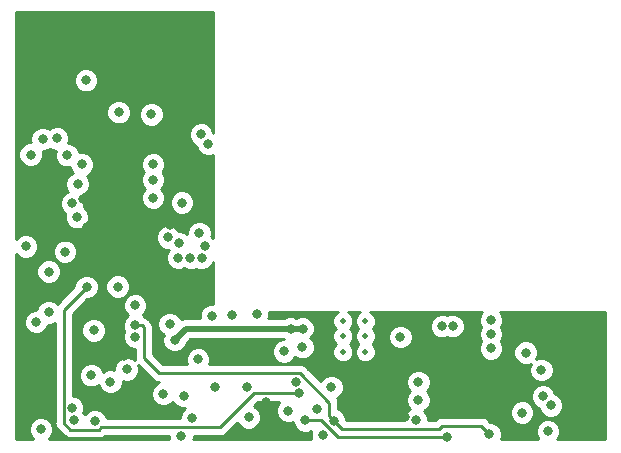
<source format=gbr>
G04 #@! TF.GenerationSoftware,KiCad,Pcbnew,(5.0.1)-3*
G04 #@! TF.CreationDate,2019-11-22T16:36:38-05:00*
G04 #@! TF.ProjectId,SmartWatch,536D61727457617463682E6B69636164,rev?*
G04 #@! TF.SameCoordinates,Original*
G04 #@! TF.FileFunction,Copper,L2,Inr,Signal*
G04 #@! TF.FilePolarity,Positive*
%FSLAX46Y46*%
G04 Gerber Fmt 4.6, Leading zero omitted, Abs format (unit mm)*
G04 Created by KiCad (PCBNEW (5.0.1)-3) date 11/22/2019 4:36:38 PM*
%MOMM*%
%LPD*%
G01*
G04 APERTURE LIST*
G04 #@! TA.AperFunction,ViaPad*
%ADD10C,0.500000*%
G04 #@! TD*
G04 #@! TA.AperFunction,ViaPad*
%ADD11C,0.800000*%
G04 #@! TD*
G04 #@! TA.AperFunction,Conductor*
%ADD12C,0.500000*%
G04 #@! TD*
G04 #@! TA.AperFunction,Conductor*
%ADD13C,0.250000*%
G04 #@! TD*
G04 #@! TA.AperFunction,Conductor*
%ADD14C,0.254000*%
G04 #@! TD*
G04 APERTURE END LIST*
D10*
G04 #@! TO.N,GND*
G04 #@! TO.C,U1*
X215178600Y-108234000D03*
X213268600Y-108234000D03*
X215178600Y-106934000D03*
X213268600Y-106934000D03*
X215178600Y-105634000D03*
X213268600Y-105634000D03*
G04 #@! TD*
D11*
G04 #@! TO.N,BAT+*
X198602600Y-105887520D03*
G04 #@! TO.N,GND*
X197205600Y-95199200D03*
X197205600Y-93675200D03*
X197205600Y-92354400D03*
X230880998Y-112776000D03*
X230632000Y-114960400D03*
X225806000Y-106730800D03*
X225806000Y-105562400D03*
X225806000Y-107950000D03*
X199339200Y-100279200D03*
X200355200Y-100279200D03*
X201335200Y-100279200D03*
X209854800Y-106273600D03*
X208838800Y-106288800D03*
X219659200Y-112318800D03*
X208635600Y-113233200D03*
X192176400Y-106426000D03*
X190347600Y-112979200D03*
X192278000Y-114096800D03*
X186842400Y-91541600D03*
X189941200Y-91592400D03*
X194287041Y-87951641D03*
X191516000Y-85242400D03*
X221691200Y-106070400D03*
X222554800Y-106070400D03*
X199034400Y-107238800D03*
X188366400Y-101447600D03*
X186436000Y-99314000D03*
X205282800Y-113792000D03*
G04 #@! TO.N,Net-(C7-Pad1)*
X202438000Y-111252000D03*
G04 #@! TO.N,SW2*
X228447600Y-113385600D03*
X202174990Y-105224002D03*
X209850756Y-107854960D03*
X203911200Y-105156000D03*
X219472978Y-113979963D03*
G04 #@! TO.N,SW0*
X209296000Y-110794800D03*
X201559800Y-99304748D03*
X205181200Y-111244808D03*
G04 #@! TO.N,SW1*
X219659200Y-110794800D03*
X201117200Y-98196400D03*
X211048600Y-113111280D03*
G04 #@! TO.N,/LCD_CS*
X199644000Y-95605600D03*
G04 #@! TO.N,/LCD_SCK*
X199390000Y-99060000D03*
G04 #@! TO.N,/LCD_SDA*
X198454200Y-98552000D03*
G04 #@! TO.N,/LCD_RST*
X191159414Y-92383588D03*
G04 #@! TO.N,/LCD_A0*
X190754000Y-96843998D03*
G04 #@! TO.N,/LCD_LED*
X194208400Y-102717600D03*
G04 #@! TO.N,UV_LO*
X218135200Y-106984800D03*
X205994000Y-105054400D03*
G04 #@! TO.N,VUSB*
X201015600Y-108894789D03*
G04 #@! TO.N,+3V3*
X218490800Y-113792000D03*
X226568000Y-112789810D03*
X194716400Y-108610400D03*
X197256400Y-104089200D03*
X197815200Y-101650800D03*
X198628000Y-97485200D03*
X188417200Y-91643200D03*
X191608398Y-97688400D03*
X196951600Y-85394800D03*
X200761600Y-88392000D03*
X191262000Y-95300800D03*
X221691200Y-107645200D03*
X222554800Y-107696000D03*
X206756000Y-112522000D03*
X196596000Y-112268000D03*
G04 #@! TO.N,Net-(R19-Pad2)*
X198069200Y-111810800D03*
G04 #@! TO.N,Net-(C6-Pad1)*
X193592000Y-110768000D03*
G04 #@! TO.N,Net-(D3-Pad1)*
X230075572Y-109786010D03*
G04 #@! TO.N,Net-(D4-Pad1)*
X230209762Y-112002571D03*
G04 #@! TO.N,Net-(D1-Pad1)*
X228752400Y-108305600D03*
G04 #@! TO.N,/ESP32 Pico D4/USB_DP*
X225679000Y-115214400D03*
X195681600Y-105984797D03*
X212511998Y-114071400D03*
G04 #@! TO.N,/ESP32 Pico D4/USB_DN*
X222056960Y-115496340D03*
X195681600Y-106984800D03*
X210088103Y-114050703D03*
G04 #@! TO.N,/ESP32 Pico D4/IO0*
X187299600Y-105730800D03*
X187858400Y-90220800D03*
X201880906Y-90629408D03*
G04 #@! TO.N,/ESP32 Pico D4/IO15*
X189077600Y-90170000D03*
X189738000Y-99771200D03*
X201269600Y-89838011D03*
G04 #@! TO.N,Net-(R3-Pad1)*
X194970400Y-109728000D03*
G04 #@! TO.N,Net-(R18-Pad1)*
X191976639Y-110219112D03*
G04 #@! TO.N,/ESP32 Pico D4/DTR*
X188366400Y-104902000D03*
X195681600Y-104317602D03*
X190500000Y-114046000D03*
X187706000Y-114808000D03*
X211582000Y-115316000D03*
X200533000Y-113842800D03*
G04 #@! TO.N,/ESP32 Pico D4/IO13*
X208286176Y-108217600D03*
X212293200Y-111252000D03*
G04 #@! TO.N,/ESP32 Pico D4/RTS*
X191583331Y-102745581D03*
X209550493Y-111761877D03*
G04 #@! TO.N,Net-(R22-Pad2)*
X197053200Y-88138000D03*
G04 #@! TO.N,Net-(C9-Pad1)*
X190804800Y-94030800D03*
G04 #@! TO.N,/ESP32 Pico D4/EN*
X199593200Y-115366800D03*
X199796400Y-111963200D03*
G04 #@! TO.N,/ESP32 Pico D4/LNA_IN*
X190333522Y-95672191D03*
G04 #@! TD*
D12*
G04 #@! TO.N,GND*
X199984400Y-106288800D02*
X208838800Y-106288800D01*
X199034400Y-107238800D02*
X199984400Y-106288800D01*
X209839600Y-106288800D02*
X209854800Y-106273600D01*
X208838800Y-106288800D02*
X209839600Y-106288800D01*
D13*
G04 #@! TO.N,/ESP32 Pico D4/USB_DP*
X195754599Y-105984797D02*
X195681600Y-105984797D01*
X213230388Y-114789790D02*
X212511998Y-114071400D01*
X221423808Y-114789790D02*
X213230388Y-114789790D01*
X221698799Y-114514799D02*
X221423808Y-114789790D01*
X225679000Y-115214400D02*
X224979399Y-114514799D01*
X224979399Y-114514799D02*
X221698799Y-114514799D01*
X209644001Y-110069799D02*
X197727401Y-110069799D01*
X212111999Y-112537797D02*
X209644001Y-110069799D01*
X212511998Y-114071400D02*
X212111999Y-113671401D01*
X212111999Y-113671401D02*
X212111999Y-112537797D01*
X196247285Y-105984797D02*
X195681600Y-105984797D01*
X196406601Y-106144113D02*
X196247285Y-105984797D01*
X196406601Y-108748999D02*
X196406601Y-106144113D01*
X197727401Y-110069799D02*
X196406601Y-108748999D01*
G04 #@! TO.N,/ESP32 Pico D4/USB_DN*
X211389705Y-114050703D02*
X210088103Y-114050703D01*
X222056960Y-115496340D02*
X212835342Y-115496340D01*
X212835342Y-115496340D02*
X211389705Y-114050703D01*
G04 #@! TO.N,/ESP32 Pico D4/RTS*
X209548616Y-111760000D02*
X209550493Y-111761877D01*
X191183332Y-103145580D02*
X191583331Y-102745581D01*
X190202799Y-114821801D02*
X189622599Y-114241601D01*
X192626001Y-114821801D02*
X190202799Y-114821801D01*
X189622599Y-114241601D02*
X189622599Y-104706313D01*
X192806003Y-114641799D02*
X192626001Y-114821801D01*
X202857211Y-114641799D02*
X192806003Y-114641799D01*
X205737133Y-111761877D02*
X202857211Y-114641799D01*
X189622599Y-104706313D02*
X191183332Y-103145580D01*
X209550493Y-111761877D02*
X205737133Y-111761877D01*
G04 #@! TD*
D14*
G04 #@! TO.N,+3V3*
G36*
X202311000Y-89687283D02*
X202304600Y-89684632D01*
X202304600Y-89632137D01*
X202147031Y-89251731D01*
X201855880Y-88960580D01*
X201475474Y-88803011D01*
X201063726Y-88803011D01*
X200683320Y-88960580D01*
X200392169Y-89251731D01*
X200234600Y-89632137D01*
X200234600Y-90043885D01*
X200392169Y-90424291D01*
X200683320Y-90715442D01*
X200845906Y-90782787D01*
X200845906Y-90835282D01*
X201003475Y-91215688D01*
X201294626Y-91506839D01*
X201675032Y-91664408D01*
X202086780Y-91664408D01*
X202311000Y-91571533D01*
X202311000Y-98592237D01*
X202146080Y-98427317D01*
X202142450Y-98425813D01*
X202152200Y-98402274D01*
X202152200Y-97990526D01*
X201994631Y-97610120D01*
X201703480Y-97318969D01*
X201323074Y-97161400D01*
X200911326Y-97161400D01*
X200530920Y-97318969D01*
X200239769Y-97610120D01*
X200082200Y-97990526D01*
X200082200Y-98288489D01*
X199976280Y-98182569D01*
X199595874Y-98025000D01*
X199356186Y-98025000D01*
X199331631Y-97965720D01*
X199040480Y-97674569D01*
X198660074Y-97517000D01*
X198248326Y-97517000D01*
X197867920Y-97674569D01*
X197576769Y-97965720D01*
X197419200Y-98346126D01*
X197419200Y-98757874D01*
X197576769Y-99138280D01*
X197867920Y-99429431D01*
X198248326Y-99587000D01*
X198488014Y-99587000D01*
X198511351Y-99643338D01*
X198461769Y-99692920D01*
X198304200Y-100073326D01*
X198304200Y-100485074D01*
X198461769Y-100865480D01*
X198752920Y-101156631D01*
X199133326Y-101314200D01*
X199545074Y-101314200D01*
X199847200Y-101189056D01*
X200149326Y-101314200D01*
X200561074Y-101314200D01*
X200845200Y-101196511D01*
X201129326Y-101314200D01*
X201541074Y-101314200D01*
X201921480Y-101156631D01*
X202212631Y-100865480D01*
X202311000Y-100627996D01*
X202311000Y-104189002D01*
X201969116Y-104189002D01*
X201588710Y-104346571D01*
X201297559Y-104637722D01*
X201139990Y-105018128D01*
X201139990Y-105403800D01*
X200071561Y-105403800D01*
X199984400Y-105386463D01*
X199897239Y-105403800D01*
X199897235Y-105403800D01*
X199639090Y-105455148D01*
X199564442Y-105505026D01*
X199480031Y-105301240D01*
X199188880Y-105010089D01*
X198808474Y-104852520D01*
X198396726Y-104852520D01*
X198016320Y-105010089D01*
X197725169Y-105301240D01*
X197567600Y-105681646D01*
X197567600Y-106093394D01*
X197725169Y-106473800D01*
X198016320Y-106764951D01*
X198096621Y-106798213D01*
X197999400Y-107032926D01*
X197999400Y-107444674D01*
X198156969Y-107825080D01*
X198448120Y-108116231D01*
X198828526Y-108273800D01*
X199240274Y-108273800D01*
X199620680Y-108116231D01*
X199911831Y-107825080D01*
X200061831Y-107462948D01*
X200350979Y-107173800D01*
X208270793Y-107173800D01*
X208292038Y-107182600D01*
X208080302Y-107182600D01*
X207699896Y-107340169D01*
X207408745Y-107631320D01*
X207251176Y-108011726D01*
X207251176Y-108423474D01*
X207408745Y-108803880D01*
X207699896Y-109095031D01*
X208080302Y-109252600D01*
X208492050Y-109252600D01*
X208872456Y-109095031D01*
X209163607Y-108803880D01*
X209214089Y-108682004D01*
X209264476Y-108732391D01*
X209644882Y-108889960D01*
X210056630Y-108889960D01*
X210437036Y-108732391D01*
X210728187Y-108441240D01*
X210885756Y-108060834D01*
X210885756Y-107649086D01*
X210728187Y-107268680D01*
X210525809Y-107066302D01*
X210732231Y-106859880D01*
X210889800Y-106479474D01*
X210889800Y-106067726D01*
X210732231Y-105687320D01*
X210441080Y-105396169D01*
X210060674Y-105238600D01*
X209648926Y-105238600D01*
X209328452Y-105371344D01*
X209044674Y-105253800D01*
X208632926Y-105253800D01*
X208270793Y-105403800D01*
X206969550Y-105403800D01*
X207029000Y-105260274D01*
X207029000Y-104850000D01*
X212848727Y-104850000D01*
X212767288Y-104883733D01*
X212518333Y-105132688D01*
X212383600Y-105457963D01*
X212383600Y-105810037D01*
X212518333Y-106135312D01*
X212667021Y-106284000D01*
X212518333Y-106432688D01*
X212383600Y-106757963D01*
X212383600Y-107110037D01*
X212518333Y-107435312D01*
X212667021Y-107584000D01*
X212518333Y-107732688D01*
X212383600Y-108057963D01*
X212383600Y-108410037D01*
X212518333Y-108735312D01*
X212767288Y-108984267D01*
X213092563Y-109119000D01*
X213444637Y-109119000D01*
X213769912Y-108984267D01*
X214018867Y-108735312D01*
X214153600Y-108410037D01*
X214153600Y-108057963D01*
X214018867Y-107732688D01*
X213870179Y-107584000D01*
X214018867Y-107435312D01*
X214153600Y-107110037D01*
X214153600Y-106757963D01*
X214018867Y-106432688D01*
X213870179Y-106284000D01*
X214018867Y-106135312D01*
X214153600Y-105810037D01*
X214153600Y-105457963D01*
X214018867Y-105132688D01*
X213769912Y-104883733D01*
X213688473Y-104850000D01*
X214758727Y-104850000D01*
X214677288Y-104883733D01*
X214428333Y-105132688D01*
X214293600Y-105457963D01*
X214293600Y-105810037D01*
X214428333Y-106135312D01*
X214577021Y-106284000D01*
X214428333Y-106432688D01*
X214293600Y-106757963D01*
X214293600Y-107110037D01*
X214428333Y-107435312D01*
X214577021Y-107584000D01*
X214428333Y-107732688D01*
X214293600Y-108057963D01*
X214293600Y-108410037D01*
X214428333Y-108735312D01*
X214677288Y-108984267D01*
X215002563Y-109119000D01*
X215354637Y-109119000D01*
X215679912Y-108984267D01*
X215928867Y-108735312D01*
X216063600Y-108410037D01*
X216063600Y-108057963D01*
X215928867Y-107732688D01*
X215780179Y-107584000D01*
X215928867Y-107435312D01*
X216063600Y-107110037D01*
X216063600Y-106778926D01*
X217100200Y-106778926D01*
X217100200Y-107190674D01*
X217257769Y-107571080D01*
X217548920Y-107862231D01*
X217929326Y-108019800D01*
X218341074Y-108019800D01*
X218721480Y-107862231D01*
X219012631Y-107571080D01*
X219170200Y-107190674D01*
X219170200Y-106778926D01*
X219012631Y-106398520D01*
X218721480Y-106107369D01*
X218341074Y-105949800D01*
X217929326Y-105949800D01*
X217548920Y-106107369D01*
X217257769Y-106398520D01*
X217100200Y-106778926D01*
X216063600Y-106778926D01*
X216063600Y-106757963D01*
X215928867Y-106432688D01*
X215780179Y-106284000D01*
X215928867Y-106135312D01*
X216041029Y-105864526D01*
X220656200Y-105864526D01*
X220656200Y-106276274D01*
X220813769Y-106656680D01*
X221104920Y-106947831D01*
X221485326Y-107105400D01*
X221897074Y-107105400D01*
X222123000Y-107011819D01*
X222348926Y-107105400D01*
X222760674Y-107105400D01*
X223141080Y-106947831D01*
X223432231Y-106656680D01*
X223589800Y-106276274D01*
X223589800Y-105864526D01*
X223432231Y-105484120D01*
X223141080Y-105192969D01*
X222760674Y-105035400D01*
X222348926Y-105035400D01*
X222123000Y-105128981D01*
X221897074Y-105035400D01*
X221485326Y-105035400D01*
X221104920Y-105192969D01*
X220813769Y-105484120D01*
X220656200Y-105864526D01*
X216041029Y-105864526D01*
X216063600Y-105810037D01*
X216063600Y-105457963D01*
X215928867Y-105132688D01*
X215679912Y-104883733D01*
X215598473Y-104850000D01*
X225054689Y-104850000D01*
X224928569Y-104976120D01*
X224771000Y-105356526D01*
X224771000Y-105768274D01*
X224927707Y-106146600D01*
X224771000Y-106524926D01*
X224771000Y-106936674D01*
X224928569Y-107317080D01*
X224951889Y-107340400D01*
X224928569Y-107363720D01*
X224771000Y-107744126D01*
X224771000Y-108155874D01*
X224928569Y-108536280D01*
X225219720Y-108827431D01*
X225600126Y-108985000D01*
X226011874Y-108985000D01*
X226392280Y-108827431D01*
X226683431Y-108536280D01*
X226841000Y-108155874D01*
X226841000Y-108099726D01*
X227717400Y-108099726D01*
X227717400Y-108511474D01*
X227874969Y-108891880D01*
X228166120Y-109183031D01*
X228546526Y-109340600D01*
X228958274Y-109340600D01*
X229177384Y-109249842D01*
X229040572Y-109580136D01*
X229040572Y-109991884D01*
X229198141Y-110372290D01*
X229489292Y-110663441D01*
X229869698Y-110821010D01*
X230281446Y-110821010D01*
X230661852Y-110663441D01*
X230953003Y-110372290D01*
X231110572Y-109991884D01*
X231110572Y-109580136D01*
X230953003Y-109199730D01*
X230661852Y-108908579D01*
X230281446Y-108751010D01*
X229869698Y-108751010D01*
X229650588Y-108841768D01*
X229787400Y-108511474D01*
X229787400Y-108099726D01*
X229629831Y-107719320D01*
X229338680Y-107428169D01*
X228958274Y-107270600D01*
X228546526Y-107270600D01*
X228166120Y-107428169D01*
X227874969Y-107719320D01*
X227717400Y-108099726D01*
X226841000Y-108099726D01*
X226841000Y-107744126D01*
X226683431Y-107363720D01*
X226660111Y-107340400D01*
X226683431Y-107317080D01*
X226841000Y-106936674D01*
X226841000Y-106524926D01*
X226684293Y-106146600D01*
X226841000Y-105768274D01*
X226841000Y-105356526D01*
X226683431Y-104976120D01*
X226557311Y-104850000D01*
X235485000Y-104850000D01*
X235485001Y-115622000D01*
X231434111Y-115622000D01*
X231509431Y-115546680D01*
X231667000Y-115166274D01*
X231667000Y-114754526D01*
X231509431Y-114374120D01*
X231218280Y-114082969D01*
X230837874Y-113925400D01*
X230426126Y-113925400D01*
X230045720Y-114082969D01*
X229754569Y-114374120D01*
X229597000Y-114754526D01*
X229597000Y-115166274D01*
X229754569Y-115546680D01*
X229829889Y-115622000D01*
X226630443Y-115622000D01*
X226714000Y-115420274D01*
X226714000Y-115008526D01*
X226556431Y-114628120D01*
X226265280Y-114336969D01*
X225884874Y-114179400D01*
X225718801Y-114179400D01*
X225569730Y-114030329D01*
X225527328Y-113966870D01*
X225275936Y-113798895D01*
X225054251Y-113754799D01*
X225054246Y-113754799D01*
X224979399Y-113739911D01*
X224904552Y-113754799D01*
X221773645Y-113754799D01*
X221698798Y-113739911D01*
X221623951Y-113754799D01*
X221623947Y-113754799D01*
X221402262Y-113798895D01*
X221150870Y-113966870D01*
X221108828Y-114029790D01*
X220507978Y-114029790D01*
X220507978Y-113774089D01*
X220350409Y-113393683D01*
X220180056Y-113223330D01*
X220245480Y-113196231D01*
X220261985Y-113179726D01*
X227412600Y-113179726D01*
X227412600Y-113591474D01*
X227570169Y-113971880D01*
X227861320Y-114263031D01*
X228241726Y-114420600D01*
X228653474Y-114420600D01*
X229033880Y-114263031D01*
X229325031Y-113971880D01*
X229482600Y-113591474D01*
X229482600Y-113179726D01*
X229325031Y-112799320D01*
X229033880Y-112508169D01*
X228653474Y-112350600D01*
X228241726Y-112350600D01*
X227861320Y-112508169D01*
X227570169Y-112799320D01*
X227412600Y-113179726D01*
X220261985Y-113179726D01*
X220536631Y-112905080D01*
X220694200Y-112524674D01*
X220694200Y-112112926D01*
X220563214Y-111796697D01*
X229174762Y-111796697D01*
X229174762Y-112208445D01*
X229332331Y-112588851D01*
X229623482Y-112880002D01*
X229845998Y-112972171D01*
X229845998Y-112981874D01*
X230003567Y-113362280D01*
X230294718Y-113653431D01*
X230675124Y-113811000D01*
X231086872Y-113811000D01*
X231467278Y-113653431D01*
X231758429Y-113362280D01*
X231915998Y-112981874D01*
X231915998Y-112570126D01*
X231758429Y-112189720D01*
X231467278Y-111898569D01*
X231244762Y-111806400D01*
X231244762Y-111796697D01*
X231087193Y-111416291D01*
X230796042Y-111125140D01*
X230415636Y-110967571D01*
X230003888Y-110967571D01*
X229623482Y-111125140D01*
X229332331Y-111416291D01*
X229174762Y-111796697D01*
X220563214Y-111796697D01*
X220536631Y-111732520D01*
X220360911Y-111556800D01*
X220536631Y-111381080D01*
X220694200Y-111000674D01*
X220694200Y-110588926D01*
X220536631Y-110208520D01*
X220245480Y-109917369D01*
X219865074Y-109759800D01*
X219453326Y-109759800D01*
X219072920Y-109917369D01*
X218781769Y-110208520D01*
X218624200Y-110588926D01*
X218624200Y-111000674D01*
X218781769Y-111381080D01*
X218957489Y-111556800D01*
X218781769Y-111732520D01*
X218624200Y-112112926D01*
X218624200Y-112524674D01*
X218781769Y-112905080D01*
X218952122Y-113075433D01*
X218886698Y-113102532D01*
X218595547Y-113393683D01*
X218437978Y-113774089D01*
X218437978Y-114029790D01*
X213546998Y-114029790D01*
X213546998Y-113865526D01*
X213389429Y-113485120D01*
X213098278Y-113193969D01*
X212871999Y-113100241D01*
X212871999Y-112612643D01*
X212886887Y-112537796D01*
X212871999Y-112462949D01*
X212871999Y-112462945D01*
X212827903Y-112241260D01*
X212780559Y-112170405D01*
X212879480Y-112129431D01*
X213170631Y-111838280D01*
X213328200Y-111457874D01*
X213328200Y-111046126D01*
X213170631Y-110665720D01*
X212879480Y-110374569D01*
X212499074Y-110217000D01*
X212087326Y-110217000D01*
X211706920Y-110374569D01*
X211415769Y-110665720D01*
X211386173Y-110737170D01*
X210234332Y-109585329D01*
X210191930Y-109521870D01*
X209940538Y-109353895D01*
X209718853Y-109309799D01*
X209718848Y-109309799D01*
X209644001Y-109294911D01*
X209569154Y-109309799D01*
X201963973Y-109309799D01*
X202050600Y-109100663D01*
X202050600Y-108688915D01*
X201893031Y-108308509D01*
X201601880Y-108017358D01*
X201221474Y-107859789D01*
X200809726Y-107859789D01*
X200429320Y-108017358D01*
X200138169Y-108308509D01*
X199980600Y-108688915D01*
X199980600Y-109100663D01*
X200067227Y-109309799D01*
X198042203Y-109309799D01*
X197166601Y-108434198D01*
X197166601Y-106218961D01*
X197181489Y-106144113D01*
X197166601Y-106069265D01*
X197166601Y-106069261D01*
X197122505Y-105847576D01*
X196954530Y-105596184D01*
X196891071Y-105553782D01*
X196837616Y-105500327D01*
X196795214Y-105436868D01*
X196543822Y-105268893D01*
X196400997Y-105240483D01*
X196311714Y-105151200D01*
X196559031Y-104903882D01*
X196716600Y-104523476D01*
X196716600Y-104111728D01*
X196559031Y-103731322D01*
X196267880Y-103440171D01*
X195887474Y-103282602D01*
X195475726Y-103282602D01*
X195095320Y-103440171D01*
X194804169Y-103731322D01*
X194646600Y-104111728D01*
X194646600Y-104523476D01*
X194804169Y-104903882D01*
X195051487Y-105151200D01*
X194804169Y-105398517D01*
X194646600Y-105778923D01*
X194646600Y-106190671D01*
X194768431Y-106484798D01*
X194646600Y-106778926D01*
X194646600Y-107190674D01*
X194804169Y-107571080D01*
X195095320Y-107862231D01*
X195475726Y-108019800D01*
X195646601Y-108019800D01*
X195646601Y-108674152D01*
X195631713Y-108748999D01*
X195646601Y-108823846D01*
X195646601Y-108823850D01*
X195675563Y-108969452D01*
X195556680Y-108850569D01*
X195176274Y-108693000D01*
X194764526Y-108693000D01*
X194384120Y-108850569D01*
X194092969Y-109141720D01*
X193935400Y-109522126D01*
X193935400Y-109789965D01*
X193797874Y-109733000D01*
X193386126Y-109733000D01*
X193005720Y-109890569D01*
X192973977Y-109922312D01*
X192854070Y-109632832D01*
X192562919Y-109341681D01*
X192182513Y-109184112D01*
X191770765Y-109184112D01*
X191390359Y-109341681D01*
X191099208Y-109632832D01*
X190941639Y-110013238D01*
X190941639Y-110424986D01*
X191099208Y-110805392D01*
X191390359Y-111096543D01*
X191770765Y-111254112D01*
X192182513Y-111254112D01*
X192562919Y-111096543D01*
X192594662Y-111064800D01*
X192714569Y-111354280D01*
X193005720Y-111645431D01*
X193386126Y-111803000D01*
X193797874Y-111803000D01*
X194178280Y-111645431D01*
X194469431Y-111354280D01*
X194627000Y-110973874D01*
X194627000Y-110706035D01*
X194764526Y-110763000D01*
X195176274Y-110763000D01*
X195556680Y-110605431D01*
X195847831Y-110314280D01*
X196005400Y-109933874D01*
X196005400Y-109522126D01*
X195935024Y-109352223D01*
X197137071Y-110554271D01*
X197179472Y-110617728D01*
X197430864Y-110785703D01*
X197652549Y-110829799D01*
X197652553Y-110829799D01*
X197706874Y-110840604D01*
X197482920Y-110933369D01*
X197191769Y-111224520D01*
X197034200Y-111604926D01*
X197034200Y-112016674D01*
X197191769Y-112397080D01*
X197482920Y-112688231D01*
X197863326Y-112845800D01*
X198275074Y-112845800D01*
X198655480Y-112688231D01*
X198882434Y-112461277D01*
X198918969Y-112549480D01*
X199210120Y-112840631D01*
X199590526Y-112998200D01*
X199913889Y-112998200D01*
X199655569Y-113256520D01*
X199498000Y-113636926D01*
X199498000Y-113881799D01*
X193309219Y-113881799D01*
X193155431Y-113510520D01*
X192864280Y-113219369D01*
X192483874Y-113061800D01*
X192072126Y-113061800D01*
X191691720Y-113219369D01*
X191400569Y-113510520D01*
X191399521Y-113513050D01*
X191377431Y-113459720D01*
X191300644Y-113382933D01*
X191382600Y-113185074D01*
X191382600Y-112773326D01*
X191225031Y-112392920D01*
X190933880Y-112101769D01*
X190553474Y-111944200D01*
X190382599Y-111944200D01*
X190382599Y-106220126D01*
X191141400Y-106220126D01*
X191141400Y-106631874D01*
X191298969Y-107012280D01*
X191590120Y-107303431D01*
X191970526Y-107461000D01*
X192382274Y-107461000D01*
X192762680Y-107303431D01*
X193053831Y-107012280D01*
X193211400Y-106631874D01*
X193211400Y-106220126D01*
X193053831Y-105839720D01*
X192762680Y-105548569D01*
X192382274Y-105391000D01*
X191970526Y-105391000D01*
X191590120Y-105548569D01*
X191298969Y-105839720D01*
X191141400Y-106220126D01*
X190382599Y-106220126D01*
X190382599Y-105021114D01*
X191623133Y-103780581D01*
X191789205Y-103780581D01*
X192169611Y-103623012D01*
X192460762Y-103331861D01*
X192618331Y-102951455D01*
X192618331Y-102539707D01*
X192606741Y-102511726D01*
X193173400Y-102511726D01*
X193173400Y-102923474D01*
X193330969Y-103303880D01*
X193622120Y-103595031D01*
X194002526Y-103752600D01*
X194414274Y-103752600D01*
X194794680Y-103595031D01*
X195085831Y-103303880D01*
X195243400Y-102923474D01*
X195243400Y-102511726D01*
X195085831Y-102131320D01*
X194794680Y-101840169D01*
X194414274Y-101682600D01*
X194002526Y-101682600D01*
X193622120Y-101840169D01*
X193330969Y-102131320D01*
X193173400Y-102511726D01*
X192606741Y-102511726D01*
X192460762Y-102159301D01*
X192169611Y-101868150D01*
X191789205Y-101710581D01*
X191377457Y-101710581D01*
X190997051Y-101868150D01*
X190705900Y-102159301D01*
X190548331Y-102539707D01*
X190548331Y-102705779D01*
X189138127Y-104115984D01*
X189081759Y-104153648D01*
X188952680Y-104024569D01*
X188572274Y-103867000D01*
X188160526Y-103867000D01*
X187780120Y-104024569D01*
X187488969Y-104315720D01*
X187331535Y-104695800D01*
X187093726Y-104695800D01*
X186713320Y-104853369D01*
X186422169Y-105144520D01*
X186264600Y-105524926D01*
X186264600Y-105936674D01*
X186422169Y-106317080D01*
X186713320Y-106608231D01*
X187093726Y-106765800D01*
X187505474Y-106765800D01*
X187885880Y-106608231D01*
X188177031Y-106317080D01*
X188334465Y-105937000D01*
X188572274Y-105937000D01*
X188862600Y-105816743D01*
X188862599Y-114166754D01*
X188847711Y-114241601D01*
X188862599Y-114316448D01*
X188862599Y-114316452D01*
X188906695Y-114538137D01*
X189074670Y-114789530D01*
X189138129Y-114831932D01*
X189612470Y-115306274D01*
X189654870Y-115369730D01*
X189718326Y-115412130D01*
X189906261Y-115537705D01*
X189951382Y-115546680D01*
X190127947Y-115581801D01*
X190127951Y-115581801D01*
X190202799Y-115596689D01*
X190277647Y-115581801D01*
X192551154Y-115581801D01*
X192626001Y-115596689D01*
X192700848Y-115581801D01*
X192700853Y-115581801D01*
X192922538Y-115537705D01*
X193125935Y-115401799D01*
X198558200Y-115401799D01*
X198558200Y-115572674D01*
X198578631Y-115622000D01*
X188355711Y-115622000D01*
X188583431Y-115394280D01*
X188741000Y-115013874D01*
X188741000Y-114602126D01*
X188583431Y-114221720D01*
X188292280Y-113930569D01*
X187911874Y-113773000D01*
X187500126Y-113773000D01*
X187119720Y-113930569D01*
X186828569Y-114221720D01*
X186671000Y-114602126D01*
X186671000Y-115013874D01*
X186828569Y-115394280D01*
X187056289Y-115622000D01*
X185622000Y-115622000D01*
X185622000Y-101241726D01*
X187331400Y-101241726D01*
X187331400Y-101653474D01*
X187488969Y-102033880D01*
X187780120Y-102325031D01*
X188160526Y-102482600D01*
X188572274Y-102482600D01*
X188952680Y-102325031D01*
X189243831Y-102033880D01*
X189401400Y-101653474D01*
X189401400Y-101241726D01*
X189243831Y-100861320D01*
X188952680Y-100570169D01*
X188572274Y-100412600D01*
X188160526Y-100412600D01*
X187780120Y-100570169D01*
X187488969Y-100861320D01*
X187331400Y-101241726D01*
X185622000Y-101241726D01*
X185622000Y-99963711D01*
X185849720Y-100191431D01*
X186230126Y-100349000D01*
X186641874Y-100349000D01*
X187022280Y-100191431D01*
X187313431Y-99900280D01*
X187452173Y-99565326D01*
X188703000Y-99565326D01*
X188703000Y-99977074D01*
X188860569Y-100357480D01*
X189151720Y-100648631D01*
X189532126Y-100806200D01*
X189943874Y-100806200D01*
X190324280Y-100648631D01*
X190615431Y-100357480D01*
X190773000Y-99977074D01*
X190773000Y-99565326D01*
X190615431Y-99184920D01*
X190324280Y-98893769D01*
X189943874Y-98736200D01*
X189532126Y-98736200D01*
X189151720Y-98893769D01*
X188860569Y-99184920D01*
X188703000Y-99565326D01*
X187452173Y-99565326D01*
X187471000Y-99519874D01*
X187471000Y-99108126D01*
X187313431Y-98727720D01*
X187022280Y-98436569D01*
X186641874Y-98279000D01*
X186230126Y-98279000D01*
X185849720Y-98436569D01*
X185622000Y-98664289D01*
X185622000Y-91335726D01*
X185807400Y-91335726D01*
X185807400Y-91747474D01*
X185964969Y-92127880D01*
X186256120Y-92419031D01*
X186636526Y-92576600D01*
X187048274Y-92576600D01*
X187428680Y-92419031D01*
X187719831Y-92127880D01*
X187877400Y-91747474D01*
X187877400Y-91335726D01*
X187844294Y-91255800D01*
X188064274Y-91255800D01*
X188444680Y-91098231D01*
X188494262Y-91048649D01*
X188871726Y-91205000D01*
X188981390Y-91205000D01*
X188906200Y-91386526D01*
X188906200Y-91798274D01*
X189063769Y-92178680D01*
X189354920Y-92469831D01*
X189735326Y-92627400D01*
X190140128Y-92627400D01*
X190281983Y-92969868D01*
X190393150Y-93081035D01*
X190218520Y-93153369D01*
X189927369Y-93444520D01*
X189769800Y-93824926D01*
X189769800Y-94236674D01*
X189927369Y-94617080D01*
X190000250Y-94689961D01*
X189747242Y-94794760D01*
X189456091Y-95085911D01*
X189298522Y-95466317D01*
X189298522Y-95878065D01*
X189456091Y-96258471D01*
X189747242Y-96549622D01*
X189754426Y-96552598D01*
X189719000Y-96638124D01*
X189719000Y-97049872D01*
X189876569Y-97430278D01*
X190167720Y-97721429D01*
X190548126Y-97878998D01*
X190959874Y-97878998D01*
X191340280Y-97721429D01*
X191631431Y-97430278D01*
X191789000Y-97049872D01*
X191789000Y-96638124D01*
X191631431Y-96257718D01*
X191340280Y-95966567D01*
X191333096Y-95963591D01*
X191368522Y-95878065D01*
X191368522Y-95466317D01*
X191210953Y-95085911D01*
X191138072Y-95013030D01*
X191391080Y-94908231D01*
X191682231Y-94617080D01*
X191839800Y-94236674D01*
X191839800Y-93824926D01*
X191682231Y-93444520D01*
X191571064Y-93333353D01*
X191745694Y-93261019D01*
X192036845Y-92969868D01*
X192194414Y-92589462D01*
X192194414Y-92177714D01*
X192182324Y-92148526D01*
X196170600Y-92148526D01*
X196170600Y-92560274D01*
X196328169Y-92940680D01*
X196402289Y-93014800D01*
X196328169Y-93088920D01*
X196170600Y-93469326D01*
X196170600Y-93881074D01*
X196328169Y-94261480D01*
X196503889Y-94437200D01*
X196328169Y-94612920D01*
X196170600Y-94993326D01*
X196170600Y-95405074D01*
X196328169Y-95785480D01*
X196619320Y-96076631D01*
X196999726Y-96234200D01*
X197411474Y-96234200D01*
X197791880Y-96076631D01*
X198083031Y-95785480D01*
X198240600Y-95405074D01*
X198240600Y-95399726D01*
X198609000Y-95399726D01*
X198609000Y-95811474D01*
X198766569Y-96191880D01*
X199057720Y-96483031D01*
X199438126Y-96640600D01*
X199849874Y-96640600D01*
X200230280Y-96483031D01*
X200521431Y-96191880D01*
X200679000Y-95811474D01*
X200679000Y-95399726D01*
X200521431Y-95019320D01*
X200230280Y-94728169D01*
X199849874Y-94570600D01*
X199438126Y-94570600D01*
X199057720Y-94728169D01*
X198766569Y-95019320D01*
X198609000Y-95399726D01*
X198240600Y-95399726D01*
X198240600Y-94993326D01*
X198083031Y-94612920D01*
X197907311Y-94437200D01*
X198083031Y-94261480D01*
X198240600Y-93881074D01*
X198240600Y-93469326D01*
X198083031Y-93088920D01*
X198008911Y-93014800D01*
X198083031Y-92940680D01*
X198240600Y-92560274D01*
X198240600Y-92148526D01*
X198083031Y-91768120D01*
X197791880Y-91476969D01*
X197411474Y-91319400D01*
X196999726Y-91319400D01*
X196619320Y-91476969D01*
X196328169Y-91768120D01*
X196170600Y-92148526D01*
X192182324Y-92148526D01*
X192036845Y-91797308D01*
X191745694Y-91506157D01*
X191365288Y-91348588D01*
X190960486Y-91348588D01*
X190818631Y-91006120D01*
X190527480Y-90714969D01*
X190147074Y-90557400D01*
X190037410Y-90557400D01*
X190112600Y-90375874D01*
X190112600Y-89964126D01*
X189955031Y-89583720D01*
X189663880Y-89292569D01*
X189283474Y-89135000D01*
X188871726Y-89135000D01*
X188491320Y-89292569D01*
X188441738Y-89342151D01*
X188064274Y-89185800D01*
X187652526Y-89185800D01*
X187272120Y-89343369D01*
X186980969Y-89634520D01*
X186823400Y-90014926D01*
X186823400Y-90426674D01*
X186856506Y-90506600D01*
X186636526Y-90506600D01*
X186256120Y-90664169D01*
X185964969Y-90955320D01*
X185807400Y-91335726D01*
X185622000Y-91335726D01*
X185622000Y-87745767D01*
X193252041Y-87745767D01*
X193252041Y-88157515D01*
X193409610Y-88537921D01*
X193700761Y-88829072D01*
X194081167Y-88986641D01*
X194492915Y-88986641D01*
X194873321Y-88829072D01*
X195164472Y-88537921D01*
X195322041Y-88157515D01*
X195322041Y-87932126D01*
X196018200Y-87932126D01*
X196018200Y-88343874D01*
X196175769Y-88724280D01*
X196466920Y-89015431D01*
X196847326Y-89173000D01*
X197259074Y-89173000D01*
X197639480Y-89015431D01*
X197930631Y-88724280D01*
X198088200Y-88343874D01*
X198088200Y-87932126D01*
X197930631Y-87551720D01*
X197639480Y-87260569D01*
X197259074Y-87103000D01*
X196847326Y-87103000D01*
X196466920Y-87260569D01*
X196175769Y-87551720D01*
X196018200Y-87932126D01*
X195322041Y-87932126D01*
X195322041Y-87745767D01*
X195164472Y-87365361D01*
X194873321Y-87074210D01*
X194492915Y-86916641D01*
X194081167Y-86916641D01*
X193700761Y-87074210D01*
X193409610Y-87365361D01*
X193252041Y-87745767D01*
X185622000Y-87745767D01*
X185622000Y-85036526D01*
X190481000Y-85036526D01*
X190481000Y-85448274D01*
X190638569Y-85828680D01*
X190929720Y-86119831D01*
X191310126Y-86277400D01*
X191721874Y-86277400D01*
X192102280Y-86119831D01*
X192393431Y-85828680D01*
X192551000Y-85448274D01*
X192551000Y-85036526D01*
X192393431Y-84656120D01*
X192102280Y-84364969D01*
X191721874Y-84207400D01*
X191310126Y-84207400D01*
X190929720Y-84364969D01*
X190638569Y-84656120D01*
X190481000Y-85036526D01*
X185622000Y-85036526D01*
X185622000Y-79450000D01*
X202311000Y-79450000D01*
X202311000Y-89687283D01*
X202311000Y-89687283D01*
G37*
X202311000Y-89687283D02*
X202304600Y-89684632D01*
X202304600Y-89632137D01*
X202147031Y-89251731D01*
X201855880Y-88960580D01*
X201475474Y-88803011D01*
X201063726Y-88803011D01*
X200683320Y-88960580D01*
X200392169Y-89251731D01*
X200234600Y-89632137D01*
X200234600Y-90043885D01*
X200392169Y-90424291D01*
X200683320Y-90715442D01*
X200845906Y-90782787D01*
X200845906Y-90835282D01*
X201003475Y-91215688D01*
X201294626Y-91506839D01*
X201675032Y-91664408D01*
X202086780Y-91664408D01*
X202311000Y-91571533D01*
X202311000Y-98592237D01*
X202146080Y-98427317D01*
X202142450Y-98425813D01*
X202152200Y-98402274D01*
X202152200Y-97990526D01*
X201994631Y-97610120D01*
X201703480Y-97318969D01*
X201323074Y-97161400D01*
X200911326Y-97161400D01*
X200530920Y-97318969D01*
X200239769Y-97610120D01*
X200082200Y-97990526D01*
X200082200Y-98288489D01*
X199976280Y-98182569D01*
X199595874Y-98025000D01*
X199356186Y-98025000D01*
X199331631Y-97965720D01*
X199040480Y-97674569D01*
X198660074Y-97517000D01*
X198248326Y-97517000D01*
X197867920Y-97674569D01*
X197576769Y-97965720D01*
X197419200Y-98346126D01*
X197419200Y-98757874D01*
X197576769Y-99138280D01*
X197867920Y-99429431D01*
X198248326Y-99587000D01*
X198488014Y-99587000D01*
X198511351Y-99643338D01*
X198461769Y-99692920D01*
X198304200Y-100073326D01*
X198304200Y-100485074D01*
X198461769Y-100865480D01*
X198752920Y-101156631D01*
X199133326Y-101314200D01*
X199545074Y-101314200D01*
X199847200Y-101189056D01*
X200149326Y-101314200D01*
X200561074Y-101314200D01*
X200845200Y-101196511D01*
X201129326Y-101314200D01*
X201541074Y-101314200D01*
X201921480Y-101156631D01*
X202212631Y-100865480D01*
X202311000Y-100627996D01*
X202311000Y-104189002D01*
X201969116Y-104189002D01*
X201588710Y-104346571D01*
X201297559Y-104637722D01*
X201139990Y-105018128D01*
X201139990Y-105403800D01*
X200071561Y-105403800D01*
X199984400Y-105386463D01*
X199897239Y-105403800D01*
X199897235Y-105403800D01*
X199639090Y-105455148D01*
X199564442Y-105505026D01*
X199480031Y-105301240D01*
X199188880Y-105010089D01*
X198808474Y-104852520D01*
X198396726Y-104852520D01*
X198016320Y-105010089D01*
X197725169Y-105301240D01*
X197567600Y-105681646D01*
X197567600Y-106093394D01*
X197725169Y-106473800D01*
X198016320Y-106764951D01*
X198096621Y-106798213D01*
X197999400Y-107032926D01*
X197999400Y-107444674D01*
X198156969Y-107825080D01*
X198448120Y-108116231D01*
X198828526Y-108273800D01*
X199240274Y-108273800D01*
X199620680Y-108116231D01*
X199911831Y-107825080D01*
X200061831Y-107462948D01*
X200350979Y-107173800D01*
X208270793Y-107173800D01*
X208292038Y-107182600D01*
X208080302Y-107182600D01*
X207699896Y-107340169D01*
X207408745Y-107631320D01*
X207251176Y-108011726D01*
X207251176Y-108423474D01*
X207408745Y-108803880D01*
X207699896Y-109095031D01*
X208080302Y-109252600D01*
X208492050Y-109252600D01*
X208872456Y-109095031D01*
X209163607Y-108803880D01*
X209214089Y-108682004D01*
X209264476Y-108732391D01*
X209644882Y-108889960D01*
X210056630Y-108889960D01*
X210437036Y-108732391D01*
X210728187Y-108441240D01*
X210885756Y-108060834D01*
X210885756Y-107649086D01*
X210728187Y-107268680D01*
X210525809Y-107066302D01*
X210732231Y-106859880D01*
X210889800Y-106479474D01*
X210889800Y-106067726D01*
X210732231Y-105687320D01*
X210441080Y-105396169D01*
X210060674Y-105238600D01*
X209648926Y-105238600D01*
X209328452Y-105371344D01*
X209044674Y-105253800D01*
X208632926Y-105253800D01*
X208270793Y-105403800D01*
X206969550Y-105403800D01*
X207029000Y-105260274D01*
X207029000Y-104850000D01*
X212848727Y-104850000D01*
X212767288Y-104883733D01*
X212518333Y-105132688D01*
X212383600Y-105457963D01*
X212383600Y-105810037D01*
X212518333Y-106135312D01*
X212667021Y-106284000D01*
X212518333Y-106432688D01*
X212383600Y-106757963D01*
X212383600Y-107110037D01*
X212518333Y-107435312D01*
X212667021Y-107584000D01*
X212518333Y-107732688D01*
X212383600Y-108057963D01*
X212383600Y-108410037D01*
X212518333Y-108735312D01*
X212767288Y-108984267D01*
X213092563Y-109119000D01*
X213444637Y-109119000D01*
X213769912Y-108984267D01*
X214018867Y-108735312D01*
X214153600Y-108410037D01*
X214153600Y-108057963D01*
X214018867Y-107732688D01*
X213870179Y-107584000D01*
X214018867Y-107435312D01*
X214153600Y-107110037D01*
X214153600Y-106757963D01*
X214018867Y-106432688D01*
X213870179Y-106284000D01*
X214018867Y-106135312D01*
X214153600Y-105810037D01*
X214153600Y-105457963D01*
X214018867Y-105132688D01*
X213769912Y-104883733D01*
X213688473Y-104850000D01*
X214758727Y-104850000D01*
X214677288Y-104883733D01*
X214428333Y-105132688D01*
X214293600Y-105457963D01*
X214293600Y-105810037D01*
X214428333Y-106135312D01*
X214577021Y-106284000D01*
X214428333Y-106432688D01*
X214293600Y-106757963D01*
X214293600Y-107110037D01*
X214428333Y-107435312D01*
X214577021Y-107584000D01*
X214428333Y-107732688D01*
X214293600Y-108057963D01*
X214293600Y-108410037D01*
X214428333Y-108735312D01*
X214677288Y-108984267D01*
X215002563Y-109119000D01*
X215354637Y-109119000D01*
X215679912Y-108984267D01*
X215928867Y-108735312D01*
X216063600Y-108410037D01*
X216063600Y-108057963D01*
X215928867Y-107732688D01*
X215780179Y-107584000D01*
X215928867Y-107435312D01*
X216063600Y-107110037D01*
X216063600Y-106778926D01*
X217100200Y-106778926D01*
X217100200Y-107190674D01*
X217257769Y-107571080D01*
X217548920Y-107862231D01*
X217929326Y-108019800D01*
X218341074Y-108019800D01*
X218721480Y-107862231D01*
X219012631Y-107571080D01*
X219170200Y-107190674D01*
X219170200Y-106778926D01*
X219012631Y-106398520D01*
X218721480Y-106107369D01*
X218341074Y-105949800D01*
X217929326Y-105949800D01*
X217548920Y-106107369D01*
X217257769Y-106398520D01*
X217100200Y-106778926D01*
X216063600Y-106778926D01*
X216063600Y-106757963D01*
X215928867Y-106432688D01*
X215780179Y-106284000D01*
X215928867Y-106135312D01*
X216041029Y-105864526D01*
X220656200Y-105864526D01*
X220656200Y-106276274D01*
X220813769Y-106656680D01*
X221104920Y-106947831D01*
X221485326Y-107105400D01*
X221897074Y-107105400D01*
X222123000Y-107011819D01*
X222348926Y-107105400D01*
X222760674Y-107105400D01*
X223141080Y-106947831D01*
X223432231Y-106656680D01*
X223589800Y-106276274D01*
X223589800Y-105864526D01*
X223432231Y-105484120D01*
X223141080Y-105192969D01*
X222760674Y-105035400D01*
X222348926Y-105035400D01*
X222123000Y-105128981D01*
X221897074Y-105035400D01*
X221485326Y-105035400D01*
X221104920Y-105192969D01*
X220813769Y-105484120D01*
X220656200Y-105864526D01*
X216041029Y-105864526D01*
X216063600Y-105810037D01*
X216063600Y-105457963D01*
X215928867Y-105132688D01*
X215679912Y-104883733D01*
X215598473Y-104850000D01*
X225054689Y-104850000D01*
X224928569Y-104976120D01*
X224771000Y-105356526D01*
X224771000Y-105768274D01*
X224927707Y-106146600D01*
X224771000Y-106524926D01*
X224771000Y-106936674D01*
X224928569Y-107317080D01*
X224951889Y-107340400D01*
X224928569Y-107363720D01*
X224771000Y-107744126D01*
X224771000Y-108155874D01*
X224928569Y-108536280D01*
X225219720Y-108827431D01*
X225600126Y-108985000D01*
X226011874Y-108985000D01*
X226392280Y-108827431D01*
X226683431Y-108536280D01*
X226841000Y-108155874D01*
X226841000Y-108099726D01*
X227717400Y-108099726D01*
X227717400Y-108511474D01*
X227874969Y-108891880D01*
X228166120Y-109183031D01*
X228546526Y-109340600D01*
X228958274Y-109340600D01*
X229177384Y-109249842D01*
X229040572Y-109580136D01*
X229040572Y-109991884D01*
X229198141Y-110372290D01*
X229489292Y-110663441D01*
X229869698Y-110821010D01*
X230281446Y-110821010D01*
X230661852Y-110663441D01*
X230953003Y-110372290D01*
X231110572Y-109991884D01*
X231110572Y-109580136D01*
X230953003Y-109199730D01*
X230661852Y-108908579D01*
X230281446Y-108751010D01*
X229869698Y-108751010D01*
X229650588Y-108841768D01*
X229787400Y-108511474D01*
X229787400Y-108099726D01*
X229629831Y-107719320D01*
X229338680Y-107428169D01*
X228958274Y-107270600D01*
X228546526Y-107270600D01*
X228166120Y-107428169D01*
X227874969Y-107719320D01*
X227717400Y-108099726D01*
X226841000Y-108099726D01*
X226841000Y-107744126D01*
X226683431Y-107363720D01*
X226660111Y-107340400D01*
X226683431Y-107317080D01*
X226841000Y-106936674D01*
X226841000Y-106524926D01*
X226684293Y-106146600D01*
X226841000Y-105768274D01*
X226841000Y-105356526D01*
X226683431Y-104976120D01*
X226557311Y-104850000D01*
X235485000Y-104850000D01*
X235485001Y-115622000D01*
X231434111Y-115622000D01*
X231509431Y-115546680D01*
X231667000Y-115166274D01*
X231667000Y-114754526D01*
X231509431Y-114374120D01*
X231218280Y-114082969D01*
X230837874Y-113925400D01*
X230426126Y-113925400D01*
X230045720Y-114082969D01*
X229754569Y-114374120D01*
X229597000Y-114754526D01*
X229597000Y-115166274D01*
X229754569Y-115546680D01*
X229829889Y-115622000D01*
X226630443Y-115622000D01*
X226714000Y-115420274D01*
X226714000Y-115008526D01*
X226556431Y-114628120D01*
X226265280Y-114336969D01*
X225884874Y-114179400D01*
X225718801Y-114179400D01*
X225569730Y-114030329D01*
X225527328Y-113966870D01*
X225275936Y-113798895D01*
X225054251Y-113754799D01*
X225054246Y-113754799D01*
X224979399Y-113739911D01*
X224904552Y-113754799D01*
X221773645Y-113754799D01*
X221698798Y-113739911D01*
X221623951Y-113754799D01*
X221623947Y-113754799D01*
X221402262Y-113798895D01*
X221150870Y-113966870D01*
X221108828Y-114029790D01*
X220507978Y-114029790D01*
X220507978Y-113774089D01*
X220350409Y-113393683D01*
X220180056Y-113223330D01*
X220245480Y-113196231D01*
X220261985Y-113179726D01*
X227412600Y-113179726D01*
X227412600Y-113591474D01*
X227570169Y-113971880D01*
X227861320Y-114263031D01*
X228241726Y-114420600D01*
X228653474Y-114420600D01*
X229033880Y-114263031D01*
X229325031Y-113971880D01*
X229482600Y-113591474D01*
X229482600Y-113179726D01*
X229325031Y-112799320D01*
X229033880Y-112508169D01*
X228653474Y-112350600D01*
X228241726Y-112350600D01*
X227861320Y-112508169D01*
X227570169Y-112799320D01*
X227412600Y-113179726D01*
X220261985Y-113179726D01*
X220536631Y-112905080D01*
X220694200Y-112524674D01*
X220694200Y-112112926D01*
X220563214Y-111796697D01*
X229174762Y-111796697D01*
X229174762Y-112208445D01*
X229332331Y-112588851D01*
X229623482Y-112880002D01*
X229845998Y-112972171D01*
X229845998Y-112981874D01*
X230003567Y-113362280D01*
X230294718Y-113653431D01*
X230675124Y-113811000D01*
X231086872Y-113811000D01*
X231467278Y-113653431D01*
X231758429Y-113362280D01*
X231915998Y-112981874D01*
X231915998Y-112570126D01*
X231758429Y-112189720D01*
X231467278Y-111898569D01*
X231244762Y-111806400D01*
X231244762Y-111796697D01*
X231087193Y-111416291D01*
X230796042Y-111125140D01*
X230415636Y-110967571D01*
X230003888Y-110967571D01*
X229623482Y-111125140D01*
X229332331Y-111416291D01*
X229174762Y-111796697D01*
X220563214Y-111796697D01*
X220536631Y-111732520D01*
X220360911Y-111556800D01*
X220536631Y-111381080D01*
X220694200Y-111000674D01*
X220694200Y-110588926D01*
X220536631Y-110208520D01*
X220245480Y-109917369D01*
X219865074Y-109759800D01*
X219453326Y-109759800D01*
X219072920Y-109917369D01*
X218781769Y-110208520D01*
X218624200Y-110588926D01*
X218624200Y-111000674D01*
X218781769Y-111381080D01*
X218957489Y-111556800D01*
X218781769Y-111732520D01*
X218624200Y-112112926D01*
X218624200Y-112524674D01*
X218781769Y-112905080D01*
X218952122Y-113075433D01*
X218886698Y-113102532D01*
X218595547Y-113393683D01*
X218437978Y-113774089D01*
X218437978Y-114029790D01*
X213546998Y-114029790D01*
X213546998Y-113865526D01*
X213389429Y-113485120D01*
X213098278Y-113193969D01*
X212871999Y-113100241D01*
X212871999Y-112612643D01*
X212886887Y-112537796D01*
X212871999Y-112462949D01*
X212871999Y-112462945D01*
X212827903Y-112241260D01*
X212780559Y-112170405D01*
X212879480Y-112129431D01*
X213170631Y-111838280D01*
X213328200Y-111457874D01*
X213328200Y-111046126D01*
X213170631Y-110665720D01*
X212879480Y-110374569D01*
X212499074Y-110217000D01*
X212087326Y-110217000D01*
X211706920Y-110374569D01*
X211415769Y-110665720D01*
X211386173Y-110737170D01*
X210234332Y-109585329D01*
X210191930Y-109521870D01*
X209940538Y-109353895D01*
X209718853Y-109309799D01*
X209718848Y-109309799D01*
X209644001Y-109294911D01*
X209569154Y-109309799D01*
X201963973Y-109309799D01*
X202050600Y-109100663D01*
X202050600Y-108688915D01*
X201893031Y-108308509D01*
X201601880Y-108017358D01*
X201221474Y-107859789D01*
X200809726Y-107859789D01*
X200429320Y-108017358D01*
X200138169Y-108308509D01*
X199980600Y-108688915D01*
X199980600Y-109100663D01*
X200067227Y-109309799D01*
X198042203Y-109309799D01*
X197166601Y-108434198D01*
X197166601Y-106218961D01*
X197181489Y-106144113D01*
X197166601Y-106069265D01*
X197166601Y-106069261D01*
X197122505Y-105847576D01*
X196954530Y-105596184D01*
X196891071Y-105553782D01*
X196837616Y-105500327D01*
X196795214Y-105436868D01*
X196543822Y-105268893D01*
X196400997Y-105240483D01*
X196311714Y-105151200D01*
X196559031Y-104903882D01*
X196716600Y-104523476D01*
X196716600Y-104111728D01*
X196559031Y-103731322D01*
X196267880Y-103440171D01*
X195887474Y-103282602D01*
X195475726Y-103282602D01*
X195095320Y-103440171D01*
X194804169Y-103731322D01*
X194646600Y-104111728D01*
X194646600Y-104523476D01*
X194804169Y-104903882D01*
X195051487Y-105151200D01*
X194804169Y-105398517D01*
X194646600Y-105778923D01*
X194646600Y-106190671D01*
X194768431Y-106484798D01*
X194646600Y-106778926D01*
X194646600Y-107190674D01*
X194804169Y-107571080D01*
X195095320Y-107862231D01*
X195475726Y-108019800D01*
X195646601Y-108019800D01*
X195646601Y-108674152D01*
X195631713Y-108748999D01*
X195646601Y-108823846D01*
X195646601Y-108823850D01*
X195675563Y-108969452D01*
X195556680Y-108850569D01*
X195176274Y-108693000D01*
X194764526Y-108693000D01*
X194384120Y-108850569D01*
X194092969Y-109141720D01*
X193935400Y-109522126D01*
X193935400Y-109789965D01*
X193797874Y-109733000D01*
X193386126Y-109733000D01*
X193005720Y-109890569D01*
X192973977Y-109922312D01*
X192854070Y-109632832D01*
X192562919Y-109341681D01*
X192182513Y-109184112D01*
X191770765Y-109184112D01*
X191390359Y-109341681D01*
X191099208Y-109632832D01*
X190941639Y-110013238D01*
X190941639Y-110424986D01*
X191099208Y-110805392D01*
X191390359Y-111096543D01*
X191770765Y-111254112D01*
X192182513Y-111254112D01*
X192562919Y-111096543D01*
X192594662Y-111064800D01*
X192714569Y-111354280D01*
X193005720Y-111645431D01*
X193386126Y-111803000D01*
X193797874Y-111803000D01*
X194178280Y-111645431D01*
X194469431Y-111354280D01*
X194627000Y-110973874D01*
X194627000Y-110706035D01*
X194764526Y-110763000D01*
X195176274Y-110763000D01*
X195556680Y-110605431D01*
X195847831Y-110314280D01*
X196005400Y-109933874D01*
X196005400Y-109522126D01*
X195935024Y-109352223D01*
X197137071Y-110554271D01*
X197179472Y-110617728D01*
X197430864Y-110785703D01*
X197652549Y-110829799D01*
X197652553Y-110829799D01*
X197706874Y-110840604D01*
X197482920Y-110933369D01*
X197191769Y-111224520D01*
X197034200Y-111604926D01*
X197034200Y-112016674D01*
X197191769Y-112397080D01*
X197482920Y-112688231D01*
X197863326Y-112845800D01*
X198275074Y-112845800D01*
X198655480Y-112688231D01*
X198882434Y-112461277D01*
X198918969Y-112549480D01*
X199210120Y-112840631D01*
X199590526Y-112998200D01*
X199913889Y-112998200D01*
X199655569Y-113256520D01*
X199498000Y-113636926D01*
X199498000Y-113881799D01*
X193309219Y-113881799D01*
X193155431Y-113510520D01*
X192864280Y-113219369D01*
X192483874Y-113061800D01*
X192072126Y-113061800D01*
X191691720Y-113219369D01*
X191400569Y-113510520D01*
X191399521Y-113513050D01*
X191377431Y-113459720D01*
X191300644Y-113382933D01*
X191382600Y-113185074D01*
X191382600Y-112773326D01*
X191225031Y-112392920D01*
X190933880Y-112101769D01*
X190553474Y-111944200D01*
X190382599Y-111944200D01*
X190382599Y-106220126D01*
X191141400Y-106220126D01*
X191141400Y-106631874D01*
X191298969Y-107012280D01*
X191590120Y-107303431D01*
X191970526Y-107461000D01*
X192382274Y-107461000D01*
X192762680Y-107303431D01*
X193053831Y-107012280D01*
X193211400Y-106631874D01*
X193211400Y-106220126D01*
X193053831Y-105839720D01*
X192762680Y-105548569D01*
X192382274Y-105391000D01*
X191970526Y-105391000D01*
X191590120Y-105548569D01*
X191298969Y-105839720D01*
X191141400Y-106220126D01*
X190382599Y-106220126D01*
X190382599Y-105021114D01*
X191623133Y-103780581D01*
X191789205Y-103780581D01*
X192169611Y-103623012D01*
X192460762Y-103331861D01*
X192618331Y-102951455D01*
X192618331Y-102539707D01*
X192606741Y-102511726D01*
X193173400Y-102511726D01*
X193173400Y-102923474D01*
X193330969Y-103303880D01*
X193622120Y-103595031D01*
X194002526Y-103752600D01*
X194414274Y-103752600D01*
X194794680Y-103595031D01*
X195085831Y-103303880D01*
X195243400Y-102923474D01*
X195243400Y-102511726D01*
X195085831Y-102131320D01*
X194794680Y-101840169D01*
X194414274Y-101682600D01*
X194002526Y-101682600D01*
X193622120Y-101840169D01*
X193330969Y-102131320D01*
X193173400Y-102511726D01*
X192606741Y-102511726D01*
X192460762Y-102159301D01*
X192169611Y-101868150D01*
X191789205Y-101710581D01*
X191377457Y-101710581D01*
X190997051Y-101868150D01*
X190705900Y-102159301D01*
X190548331Y-102539707D01*
X190548331Y-102705779D01*
X189138127Y-104115984D01*
X189081759Y-104153648D01*
X188952680Y-104024569D01*
X188572274Y-103867000D01*
X188160526Y-103867000D01*
X187780120Y-104024569D01*
X187488969Y-104315720D01*
X187331535Y-104695800D01*
X187093726Y-104695800D01*
X186713320Y-104853369D01*
X186422169Y-105144520D01*
X186264600Y-105524926D01*
X186264600Y-105936674D01*
X186422169Y-106317080D01*
X186713320Y-106608231D01*
X187093726Y-106765800D01*
X187505474Y-106765800D01*
X187885880Y-106608231D01*
X188177031Y-106317080D01*
X188334465Y-105937000D01*
X188572274Y-105937000D01*
X188862600Y-105816743D01*
X188862599Y-114166754D01*
X188847711Y-114241601D01*
X188862599Y-114316448D01*
X188862599Y-114316452D01*
X188906695Y-114538137D01*
X189074670Y-114789530D01*
X189138129Y-114831932D01*
X189612470Y-115306274D01*
X189654870Y-115369730D01*
X189718326Y-115412130D01*
X189906261Y-115537705D01*
X189951382Y-115546680D01*
X190127947Y-115581801D01*
X190127951Y-115581801D01*
X190202799Y-115596689D01*
X190277647Y-115581801D01*
X192551154Y-115581801D01*
X192626001Y-115596689D01*
X192700848Y-115581801D01*
X192700853Y-115581801D01*
X192922538Y-115537705D01*
X193125935Y-115401799D01*
X198558200Y-115401799D01*
X198558200Y-115572674D01*
X198578631Y-115622000D01*
X188355711Y-115622000D01*
X188583431Y-115394280D01*
X188741000Y-115013874D01*
X188741000Y-114602126D01*
X188583431Y-114221720D01*
X188292280Y-113930569D01*
X187911874Y-113773000D01*
X187500126Y-113773000D01*
X187119720Y-113930569D01*
X186828569Y-114221720D01*
X186671000Y-114602126D01*
X186671000Y-115013874D01*
X186828569Y-115394280D01*
X187056289Y-115622000D01*
X185622000Y-115622000D01*
X185622000Y-101241726D01*
X187331400Y-101241726D01*
X187331400Y-101653474D01*
X187488969Y-102033880D01*
X187780120Y-102325031D01*
X188160526Y-102482600D01*
X188572274Y-102482600D01*
X188952680Y-102325031D01*
X189243831Y-102033880D01*
X189401400Y-101653474D01*
X189401400Y-101241726D01*
X189243831Y-100861320D01*
X188952680Y-100570169D01*
X188572274Y-100412600D01*
X188160526Y-100412600D01*
X187780120Y-100570169D01*
X187488969Y-100861320D01*
X187331400Y-101241726D01*
X185622000Y-101241726D01*
X185622000Y-99963711D01*
X185849720Y-100191431D01*
X186230126Y-100349000D01*
X186641874Y-100349000D01*
X187022280Y-100191431D01*
X187313431Y-99900280D01*
X187452173Y-99565326D01*
X188703000Y-99565326D01*
X188703000Y-99977074D01*
X188860569Y-100357480D01*
X189151720Y-100648631D01*
X189532126Y-100806200D01*
X189943874Y-100806200D01*
X190324280Y-100648631D01*
X190615431Y-100357480D01*
X190773000Y-99977074D01*
X190773000Y-99565326D01*
X190615431Y-99184920D01*
X190324280Y-98893769D01*
X189943874Y-98736200D01*
X189532126Y-98736200D01*
X189151720Y-98893769D01*
X188860569Y-99184920D01*
X188703000Y-99565326D01*
X187452173Y-99565326D01*
X187471000Y-99519874D01*
X187471000Y-99108126D01*
X187313431Y-98727720D01*
X187022280Y-98436569D01*
X186641874Y-98279000D01*
X186230126Y-98279000D01*
X185849720Y-98436569D01*
X185622000Y-98664289D01*
X185622000Y-91335726D01*
X185807400Y-91335726D01*
X185807400Y-91747474D01*
X185964969Y-92127880D01*
X186256120Y-92419031D01*
X186636526Y-92576600D01*
X187048274Y-92576600D01*
X187428680Y-92419031D01*
X187719831Y-92127880D01*
X187877400Y-91747474D01*
X187877400Y-91335726D01*
X187844294Y-91255800D01*
X188064274Y-91255800D01*
X188444680Y-91098231D01*
X188494262Y-91048649D01*
X188871726Y-91205000D01*
X188981390Y-91205000D01*
X188906200Y-91386526D01*
X188906200Y-91798274D01*
X189063769Y-92178680D01*
X189354920Y-92469831D01*
X189735326Y-92627400D01*
X190140128Y-92627400D01*
X190281983Y-92969868D01*
X190393150Y-93081035D01*
X190218520Y-93153369D01*
X189927369Y-93444520D01*
X189769800Y-93824926D01*
X189769800Y-94236674D01*
X189927369Y-94617080D01*
X190000250Y-94689961D01*
X189747242Y-94794760D01*
X189456091Y-95085911D01*
X189298522Y-95466317D01*
X189298522Y-95878065D01*
X189456091Y-96258471D01*
X189747242Y-96549622D01*
X189754426Y-96552598D01*
X189719000Y-96638124D01*
X189719000Y-97049872D01*
X189876569Y-97430278D01*
X190167720Y-97721429D01*
X190548126Y-97878998D01*
X190959874Y-97878998D01*
X191340280Y-97721429D01*
X191631431Y-97430278D01*
X191789000Y-97049872D01*
X191789000Y-96638124D01*
X191631431Y-96257718D01*
X191340280Y-95966567D01*
X191333096Y-95963591D01*
X191368522Y-95878065D01*
X191368522Y-95466317D01*
X191210953Y-95085911D01*
X191138072Y-95013030D01*
X191391080Y-94908231D01*
X191682231Y-94617080D01*
X191839800Y-94236674D01*
X191839800Y-93824926D01*
X191682231Y-93444520D01*
X191571064Y-93333353D01*
X191745694Y-93261019D01*
X192036845Y-92969868D01*
X192194414Y-92589462D01*
X192194414Y-92177714D01*
X192182324Y-92148526D01*
X196170600Y-92148526D01*
X196170600Y-92560274D01*
X196328169Y-92940680D01*
X196402289Y-93014800D01*
X196328169Y-93088920D01*
X196170600Y-93469326D01*
X196170600Y-93881074D01*
X196328169Y-94261480D01*
X196503889Y-94437200D01*
X196328169Y-94612920D01*
X196170600Y-94993326D01*
X196170600Y-95405074D01*
X196328169Y-95785480D01*
X196619320Y-96076631D01*
X196999726Y-96234200D01*
X197411474Y-96234200D01*
X197791880Y-96076631D01*
X198083031Y-95785480D01*
X198240600Y-95405074D01*
X198240600Y-95399726D01*
X198609000Y-95399726D01*
X198609000Y-95811474D01*
X198766569Y-96191880D01*
X199057720Y-96483031D01*
X199438126Y-96640600D01*
X199849874Y-96640600D01*
X200230280Y-96483031D01*
X200521431Y-96191880D01*
X200679000Y-95811474D01*
X200679000Y-95399726D01*
X200521431Y-95019320D01*
X200230280Y-94728169D01*
X199849874Y-94570600D01*
X199438126Y-94570600D01*
X199057720Y-94728169D01*
X198766569Y-95019320D01*
X198609000Y-95399726D01*
X198240600Y-95399726D01*
X198240600Y-94993326D01*
X198083031Y-94612920D01*
X197907311Y-94437200D01*
X198083031Y-94261480D01*
X198240600Y-93881074D01*
X198240600Y-93469326D01*
X198083031Y-93088920D01*
X198008911Y-93014800D01*
X198083031Y-92940680D01*
X198240600Y-92560274D01*
X198240600Y-92148526D01*
X198083031Y-91768120D01*
X197791880Y-91476969D01*
X197411474Y-91319400D01*
X196999726Y-91319400D01*
X196619320Y-91476969D01*
X196328169Y-91768120D01*
X196170600Y-92148526D01*
X192182324Y-92148526D01*
X192036845Y-91797308D01*
X191745694Y-91506157D01*
X191365288Y-91348588D01*
X190960486Y-91348588D01*
X190818631Y-91006120D01*
X190527480Y-90714969D01*
X190147074Y-90557400D01*
X190037410Y-90557400D01*
X190112600Y-90375874D01*
X190112600Y-89964126D01*
X189955031Y-89583720D01*
X189663880Y-89292569D01*
X189283474Y-89135000D01*
X188871726Y-89135000D01*
X188491320Y-89292569D01*
X188441738Y-89342151D01*
X188064274Y-89185800D01*
X187652526Y-89185800D01*
X187272120Y-89343369D01*
X186980969Y-89634520D01*
X186823400Y-90014926D01*
X186823400Y-90426674D01*
X186856506Y-90506600D01*
X186636526Y-90506600D01*
X186256120Y-90664169D01*
X185964969Y-90955320D01*
X185807400Y-91335726D01*
X185622000Y-91335726D01*
X185622000Y-87745767D01*
X193252041Y-87745767D01*
X193252041Y-88157515D01*
X193409610Y-88537921D01*
X193700761Y-88829072D01*
X194081167Y-88986641D01*
X194492915Y-88986641D01*
X194873321Y-88829072D01*
X195164472Y-88537921D01*
X195322041Y-88157515D01*
X195322041Y-87932126D01*
X196018200Y-87932126D01*
X196018200Y-88343874D01*
X196175769Y-88724280D01*
X196466920Y-89015431D01*
X196847326Y-89173000D01*
X197259074Y-89173000D01*
X197639480Y-89015431D01*
X197930631Y-88724280D01*
X198088200Y-88343874D01*
X198088200Y-87932126D01*
X197930631Y-87551720D01*
X197639480Y-87260569D01*
X197259074Y-87103000D01*
X196847326Y-87103000D01*
X196466920Y-87260569D01*
X196175769Y-87551720D01*
X196018200Y-87932126D01*
X195322041Y-87932126D01*
X195322041Y-87745767D01*
X195164472Y-87365361D01*
X194873321Y-87074210D01*
X194492915Y-86916641D01*
X194081167Y-86916641D01*
X193700761Y-87074210D01*
X193409610Y-87365361D01*
X193252041Y-87745767D01*
X185622000Y-87745767D01*
X185622000Y-85036526D01*
X190481000Y-85036526D01*
X190481000Y-85448274D01*
X190638569Y-85828680D01*
X190929720Y-86119831D01*
X191310126Y-86277400D01*
X191721874Y-86277400D01*
X192102280Y-86119831D01*
X192393431Y-85828680D01*
X192551000Y-85448274D01*
X192551000Y-85036526D01*
X192393431Y-84656120D01*
X192102280Y-84364969D01*
X191721874Y-84207400D01*
X191310126Y-84207400D01*
X190929720Y-84364969D01*
X190638569Y-84656120D01*
X190481000Y-85036526D01*
X185622000Y-85036526D01*
X185622000Y-79450000D01*
X202311000Y-79450000D01*
X202311000Y-89687283D01*
G36*
X207758169Y-112646920D02*
X207600600Y-113027326D01*
X207600600Y-113439074D01*
X207758169Y-113819480D01*
X208049320Y-114110631D01*
X208429726Y-114268200D01*
X208841474Y-114268200D01*
X209053103Y-114180541D01*
X209053103Y-114256577D01*
X209210672Y-114636983D01*
X209501823Y-114928134D01*
X209882229Y-115085703D01*
X210293977Y-115085703D01*
X210611614Y-114954134D01*
X210547000Y-115110126D01*
X210547000Y-115521874D01*
X210588473Y-115622000D01*
X200607769Y-115622000D01*
X200628200Y-115572674D01*
X200628200Y-115401799D01*
X202782364Y-115401799D01*
X202857211Y-115416687D01*
X202932058Y-115401799D01*
X202932063Y-115401799D01*
X203153748Y-115357703D01*
X203405140Y-115189728D01*
X203447542Y-115126269D01*
X204343909Y-114229902D01*
X204405369Y-114378280D01*
X204696520Y-114669431D01*
X205076926Y-114827000D01*
X205488674Y-114827000D01*
X205869080Y-114669431D01*
X206160231Y-114378280D01*
X206317800Y-113997874D01*
X206317800Y-113586126D01*
X206160231Y-113205720D01*
X205869080Y-112914569D01*
X205720703Y-112853109D01*
X206051935Y-112521877D01*
X207883212Y-112521877D01*
X207758169Y-112646920D01*
X207758169Y-112646920D01*
G37*
X207758169Y-112646920D02*
X207600600Y-113027326D01*
X207600600Y-113439074D01*
X207758169Y-113819480D01*
X208049320Y-114110631D01*
X208429726Y-114268200D01*
X208841474Y-114268200D01*
X209053103Y-114180541D01*
X209053103Y-114256577D01*
X209210672Y-114636983D01*
X209501823Y-114928134D01*
X209882229Y-115085703D01*
X210293977Y-115085703D01*
X210611614Y-114954134D01*
X210547000Y-115110126D01*
X210547000Y-115521874D01*
X210588473Y-115622000D01*
X200607769Y-115622000D01*
X200628200Y-115572674D01*
X200628200Y-115401799D01*
X202782364Y-115401799D01*
X202857211Y-115416687D01*
X202932058Y-115401799D01*
X202932063Y-115401799D01*
X203153748Y-115357703D01*
X203405140Y-115189728D01*
X203447542Y-115126269D01*
X204343909Y-114229902D01*
X204405369Y-114378280D01*
X204696520Y-114669431D01*
X205076926Y-114827000D01*
X205488674Y-114827000D01*
X205869080Y-114669431D01*
X206160231Y-114378280D01*
X206317800Y-113997874D01*
X206317800Y-113586126D01*
X206160231Y-113205720D01*
X205869080Y-112914569D01*
X205720703Y-112853109D01*
X206051935Y-112521877D01*
X207883212Y-112521877D01*
X207758169Y-112646920D01*
G04 #@! TD*
M02*

</source>
